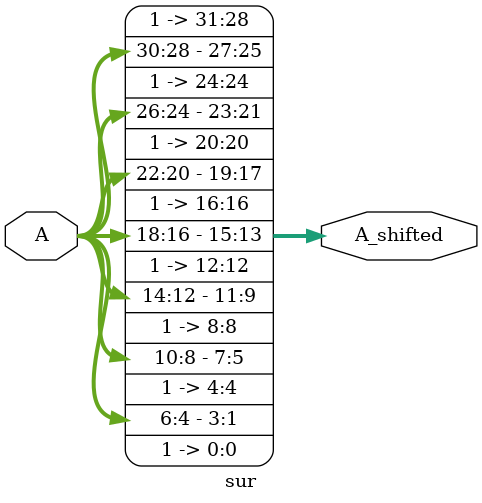
<source format=v>
module sur(
    output[31:0] A_shifted,
    input[31:0] A
);
// Set the left border
assign A_shifted[0] = 1'b1;
assign A_shifted[4] = 1'b1;
assign A_shifted[8] = 1'b1;
assign A_shifted[12] = 1'b1;
assign A_shifted[16] = 1'b1;
assign A_shifted[20] = 1'b1;
assign A_shifted[24] = 1'b1;

// Set the bottom border
assign A_shifted[28:31] = 4'b1111;

// Set the rest
assign A_shifted[1:3] = A[4:6];
assign A_shifted[5:7] = A[8:10];
assign A_shifted[9:11] = A[12:14];
assign A_shifted[13:15] = A[16:18];
assign A_shifted[17:19] = A[20:22];
assign A_shifted[21:23] = A[24:26];
assign A_shifted[25:27] = A[28:30];
endmodule
</source>
